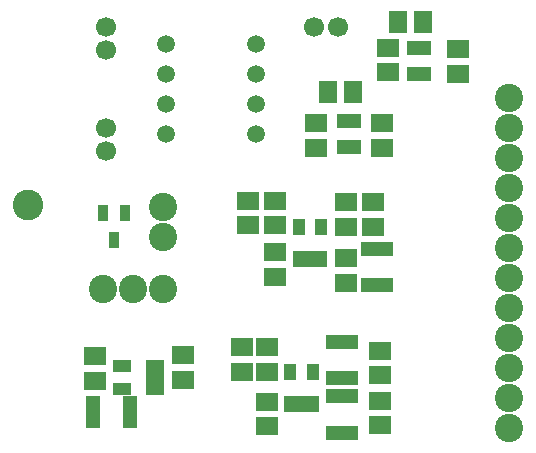
<source format=gbr>
G04 #@! TF.GenerationSoftware,KiCad,Pcbnew,no-vcs-found-895c0bb~58~ubuntu16.04.1*
G04 #@! TF.CreationDate,2017-07-11T17:07:46-04:00*
G04 #@! TF.ProjectId,alim,616C696D2E6B696361645F7063620000,rev?*
G04 #@! TF.SameCoordinates,Original
G04 #@! TF.FileFunction,Soldermask,Top*
G04 #@! TF.FilePolarity,Negative*
%FSLAX46Y46*%
G04 Gerber Fmt 4.6, Leading zero omitted, Abs format (unit mm)*
G04 Created by KiCad (PCBNEW no-vcs-found-895c0bb~58~ubuntu16.04.1) date Tue Jul 11 17:07:46 2017*
%MOMM*%
%LPD*%
G01*
G04 APERTURE LIST*
%ADD10R,0.800000X1.300000*%
%ADD11R,1.900000X1.600000*%
%ADD12R,1.500000X1.000000*%
%ADD13C,1.700000*%
%ADD14C,2.400000*%
%ADD15R,1.600000X1.900000*%
%ADD16R,0.960000X1.400000*%
%ADD17R,1.300000X2.700000*%
%ADD18R,2.700000X1.300000*%
%ADD19R,1.000000X1.400000*%
%ADD20C,1.500000*%
%ADD21C,2.600000*%
G04 APERTURE END LIST*
D10*
X138736200Y-56574200D03*
X138060800Y-56574200D03*
X137385400Y-56574200D03*
X138736200Y-54374200D03*
X138060800Y-54374200D03*
X137385400Y-54374200D03*
X132818000Y-62822600D03*
X132142600Y-62822600D03*
X131467200Y-62822600D03*
X132818000Y-60622600D03*
X132142600Y-60622600D03*
X131467200Y-60622600D03*
D11*
X135496400Y-54371000D03*
X135496400Y-56471000D03*
X129400400Y-60771800D03*
X129400400Y-62871800D03*
X141440000Y-54472600D03*
X141440000Y-56572600D03*
X134988400Y-60771800D03*
X134988400Y-62871800D03*
X110706000Y-80507600D03*
X110706000Y-82607600D03*
X125895200Y-71719200D03*
X125895200Y-73819200D03*
X125234800Y-84343000D03*
X125234800Y-86443000D03*
X118122800Y-80431400D03*
X118122800Y-82531400D03*
X131915000Y-67426600D03*
X131915000Y-69526600D03*
X131889600Y-72201800D03*
X131889600Y-74301800D03*
X134785200Y-80025000D03*
X134785200Y-82125000D03*
X134759800Y-84266800D03*
X134759800Y-86366800D03*
X123583800Y-67325000D03*
X123583800Y-69425000D03*
X123101200Y-79745600D03*
X123101200Y-81845600D03*
D12*
X112945000Y-83266000D03*
X112945000Y-81366000D03*
X115745000Y-83266000D03*
X115745000Y-82316000D03*
X115745000Y-81366000D03*
D13*
X111592800Y-63151000D03*
X111592800Y-61151000D03*
D14*
X116382800Y-74853800D03*
X113842800Y-74853800D03*
X111302800Y-74853800D03*
D13*
X111571600Y-52596800D03*
X111571600Y-54596800D03*
D14*
X116382800Y-67894200D03*
X116382800Y-70434200D03*
X145719800Y-58648600D03*
X145719800Y-61188600D03*
X145719800Y-63728600D03*
X145719800Y-66268600D03*
X145719800Y-68808600D03*
X145719800Y-71348600D03*
X145719800Y-73888600D03*
X145719800Y-76428600D03*
X145719800Y-78968600D03*
X145719800Y-81508600D03*
X145719800Y-84048600D03*
X145719800Y-86588600D03*
D15*
X138440400Y-52209800D03*
X136340400Y-52209800D03*
X132522200Y-58128000D03*
X130422200Y-58128000D03*
D11*
X125920400Y-69428600D03*
X125920400Y-67328600D03*
X125234600Y-81823800D03*
X125234600Y-79723800D03*
D16*
X112257200Y-70630600D03*
X113207200Y-68370600D03*
X111307200Y-68370600D03*
D17*
X113622200Y-85210800D03*
X110522200Y-85210800D03*
D11*
X134201000Y-67452000D03*
X134201000Y-69552000D03*
D18*
X134563000Y-71391400D03*
X134563000Y-74491400D03*
X131616600Y-79290800D03*
X131616600Y-82390800D03*
X131591200Y-83888200D03*
X131591200Y-86988200D03*
D19*
X127935000Y-69562600D03*
X129835000Y-69562600D03*
X127935000Y-72262600D03*
X128885000Y-72262600D03*
X129835000Y-72262600D03*
X127198400Y-81881600D03*
X129098400Y-81881600D03*
X127198400Y-84581600D03*
X128148400Y-84581600D03*
X129098400Y-84581600D03*
D20*
X124319000Y-54064400D03*
X124319000Y-56604400D03*
X124319000Y-59144400D03*
X124319000Y-61684400D03*
X116699000Y-54064400D03*
X116699000Y-56604400D03*
X116699000Y-59144400D03*
X116699000Y-61684400D03*
D13*
X131248400Y-52618200D03*
X129248400Y-52618200D03*
D21*
X105003600Y-67716400D03*
M02*

</source>
